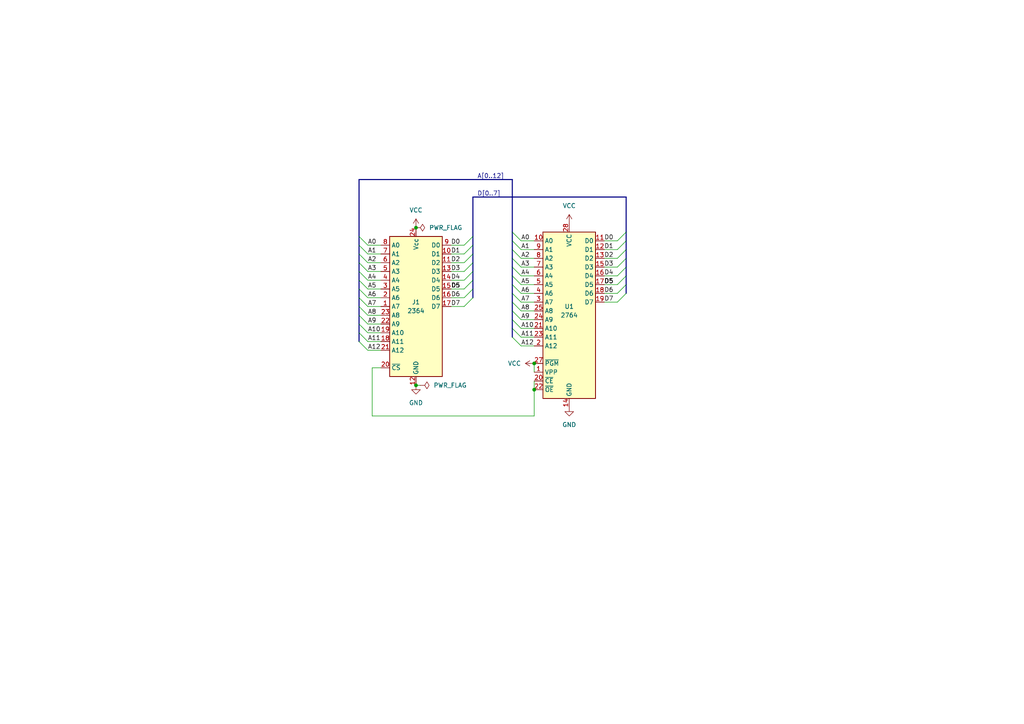
<source format=kicad_sch>
(kicad_sch (version 20250114) (generator "eeschema") (generator_version "9.0")
  (paper "A4")
  (title_block (title "romext-2364") (rev "1") (comment 1 "https://github.com/0cjs/hwdev"))
  (lib_symbols
    (symbol "0cjs-hwdev:2364"
      (property "Reference" "J1" (at 0 1.27 0))
      (property "Value" "2364" (at 0 -1.27 0))
      (symbol "2364_0_0"
        (pin output line (at -10.16 17.78 0) (length 2.54) (name "A0") (number "8"))
        (pin output line (at -10.16 15.24 0) (length 2.54) (name "A1") (number "7"))
        (pin output line (at -10.16 12.7 0) (length 2.54) (name "A2") (number "6"))
        (pin output line (at -10.16 10.16 0) (length 2.54) (name "A3") (number "5"))
        (pin output line (at -10.16 7.62 0) (length 2.54) (name "A4") (number "4"))
        (pin output line (at -10.16 5.08 0) (length 2.54) (name "A5") (number "3"))
        (pin output line (at -10.16 2.54 0) (length 2.54) (name "A6") (number "2"))
        (pin output line (at -10.16 0 0) (length 2.54) (name "A7") (number "1"))
        (pin output line (at -10.16 -2.54 0) (length 2.54) (name "A8") (number "23"))
        (pin output line (at -10.16 -5.08 0) (length 2.54) (name "A9") (number "22"))
        (pin output line (at -10.16 -7.62 0) (length 2.54) (name "A10") (number "19"))
        (pin output line (at -10.16 -10.16 0) (length 2.54) (name "A11") (number "18"))
        (pin output line (at -10.16 -12.7 0) (length 2.54) (name "A12") (number "21"))
        (pin output line (at -10.16 -17.78 0) (length 2.54) (name "~{CS}") (number "20"))
        (pin power_in line (at 0 22.86 270) (length 2.54) (name "Vcc") (number "24"))
        (pin power_in line (at 0 -22.86 90) (length 2.54) (name "GND") (number "12"))
        (pin tri_state line (at 10.16 17.78 180) (length 2.54) (name "D0") (number "9"))
        (pin tri_state line (at 10.16 15.24 180) (length 2.54) (name "D1") (number "10"))
        (pin tri_state line (at 10.16 12.7 180) (length 2.54) (name "D2") (number "11"))
        (pin tri_state line (at 10.16 10.16 180) (length 2.54) (name "D3") (number "13"))
        (pin tri_state line (at 10.16 7.62 180) (length 2.54) (name "D4") (number "14"))
        (pin tri_state line (at 10.16 5.08 180) (length 2.54) (name "D5") (number "15"))
        (pin tri_state line (at 10.16 2.54 180) (length 2.54) (name "D6") (number "16"))
        (pin tri_state line (at 10.16 0 180) (length 2.54) (name "D7") (number "17"))
      )
      (symbol "2364_1_1"
        (rectangle (start -7.62 20.32) (end 7.62 -20.32) (stroke (width 0.254)) (fill (type background)))
      )
    )
    (symbol "Memory_EPROM:2764"
      (property "Reference" "U" (at -7.62 24.13 0))
      (property "Value" "2764" (at 2.54 -26.67 0))
      (symbol "2764_1_1"
        (rectangle (start -7.62 22.86) (end 7.62 -25.4) (stroke (width 0.254)) (fill (type background)))
        (pin input line (at -10.16 20.32 0) (length 2.54) (name "A0") (number "10"))
        (pin input line (at -10.16 17.78 0) (length 2.54) (name "A1") (number "9"))
        (pin input line (at -10.16 15.24 0) (length 2.54) (name "A2") (number "8"))
        (pin input line (at -10.16 12.7 0) (length 2.54) (name "A3") (number "7"))
        (pin input line (at -10.16 10.16 0) (length 2.54) (name "A4") (number "6"))
        (pin input line (at -10.16 7.62 0) (length 2.54) (name "A5") (number "5"))
        (pin input line (at -10.16 5.08 0) (length 2.54) (name "A6") (number "4"))
        (pin input line (at -10.16 2.54 0) (length 2.54) (name "A7") (number "3"))
        (pin input line (at -10.16 0 0) (length 2.54) (name "A8") (number "25"))
        (pin input line (at -10.16 -2.54 0) (length 2.54) (name "A9") (number "24"))
        (pin input line (at -10.16 -5.08 0) (length 2.54) (name "A10") (number "21"))
        (pin input line (at -10.16 -7.62 0) (length 2.54) (name "A11") (number "23"))
        (pin input line (at -10.16 -10.16 0) (length 2.54) (name "A12") (number "2"))
        (pin input line (at -10.16 -15.24 0) (length 2.54) (name "~{PGM}") (number "27"))
        (pin input line (at -10.16 -17.78 0) (length 2.54) (name "VPP") (number "1"))
        (pin input line (at -10.16 -20.32 0) (length 2.54) (name "~{CE}") (number "20"))
        (pin input line (at -10.16 -22.86 0) (length 2.54) (name "~{OE}") (number "22"))
        (pin power_in line (at 0 25.4 270) (length 2.54) (name "VCC") (number "28"))
        (pin power_in line (at 0 -27.94 90) (length 2.54) (name "GND") (number "14"))
        (pin no_connect line (at 7.62 0 180) (length 2.54) (hide yes) (name "NC") (number "26"))
        (pin tri_state line (at 10.16 20.32 180) (length 2.54) (name "D0") (number "11"))
        (pin tri_state line (at 10.16 17.78 180) (length 2.54) (name "D1") (number "12"))
        (pin tri_state line (at 10.16 15.24 180) (length 2.54) (name "D2") (number "13"))
        (pin tri_state line (at 10.16 12.7 180) (length 2.54) (name "D3") (number "15"))
        (pin tri_state line (at 10.16 10.16 180) (length 2.54) (name "D4") (number "16"))
        (pin tri_state line (at 10.16 7.62 180) (length 2.54) (name "D5") (number "17"))
        (pin tri_state line (at 10.16 5.08 180) (length 2.54) (name "D6") (number "18"))
        (pin tri_state line (at 10.16 2.54 180) (length 2.54) (name "D7") (number "19"))
      )
    )
    (symbol "power:GND" (power) (pin_numbers (hide yes)) (pin_names (offset 0) (hide yes))
      (property "Value" "GND" (at 0 -3.81 0))
      (symbol "GND_0_1"
        (polyline (pts (xy 0 0) (xy 0 -1.27) (xy 1.27 -1.27) (xy 0 -2.54) (xy -1.27 -1.27) (xy 0 -1.27)))
      )
      (symbol "GND_1_1"
        (pin power_in line (at 0 0 270) (length 0) (name "~") (number "1"))
      )
    )
    (symbol "power:PWR_FLAG" (power) (pin_numbers (hide yes)) (pin_names (offset 0) (hide yes))
      (property "Value" "PWR_FLAG" (at 0 3.81 0))
      (symbol "PWR_FLAG_0_0"
        (pin power_out line (at 0 0 90) (length 0) (name "~") (number "1"))
      )
      (symbol "PWR_FLAG_0_1"
        (polyline (pts (xy 0 0) (xy 0 1.27) (xy -1.016 1.905) (xy 0 2.54) (xy 1.016 1.905) (xy 0 1.27)))
      )
    )
    (symbol "power:VCC" (power) (pin_numbers (hide yes)) (pin_names (offset 0) (hide yes))
      (property "Value" "VCC" (at 0 3.556 0))
      (symbol "VCC_0_1"
        (polyline (pts (xy -0.762 1.27) (xy 0 2.54)))
        (polyline (pts (xy 0 2.54) (xy 0.762 1.27)))
        (polyline (pts (xy 0 0) (xy 0 2.54)))
      )
      (symbol "VCC_1_1"
        (pin power_in line (at 0 0 90) (length 0) (name "~") (number "1"))
      )
    )
  )
  (junction (at 154.94 105.41))
  (junction (at 154.94 113.03))
  (junction (at 120.65 111.76))
  (junction (at 120.65 66.04))
  (bus_entry (at 104.14 81.28) (size 2.54 2.54))
  (bus_entry (at 148.59 77.47) (size 2.54 2.54))
  (bus_entry (at 179.07 69.85) (size 2.54 -2.54))
  (bus_entry (at 104.14 93.98) (size 2.54 2.54))
  (bus_entry (at 134.62 71.12) (size 2.54 -2.54))
  (bus_entry (at 179.07 72.39) (size 2.54 -2.54))
  (bus_entry (at 134.62 81.28) (size 2.54 -2.54))
  (bus_entry (at 148.59 80.01) (size 2.54 2.54))
  (bus_entry (at 104.14 73.66) (size 2.54 2.54))
  (bus_entry (at 134.62 76.2) (size 2.54 -2.54))
  (bus_entry (at 134.62 83.82) (size 2.54 -2.54))
  (bus_entry (at 104.14 86.36) (size 2.54 2.54))
  (bus_entry (at 134.62 73.66) (size 2.54 -2.54))
  (bus_entry (at 148.59 82.55) (size 2.54 2.54))
  (bus_entry (at 104.14 88.9) (size 2.54 2.54))
  (bus_entry (at 148.59 67.31) (size 2.54 2.54))
  (bus_entry (at 179.07 82.55) (size 2.54 -2.54))
  (bus_entry (at 148.59 97.79) (size 2.54 2.54))
  (bus_entry (at 104.14 76.2) (size 2.54 2.54))
  (bus_entry (at 179.07 74.93) (size 2.54 -2.54))
  (bus_entry (at 148.59 90.17) (size 2.54 2.54))
  (bus_entry (at 179.07 87.63) (size 2.54 -2.54))
  (bus_entry (at 148.59 72.39) (size 2.54 2.54))
  (bus_entry (at 179.07 85.09) (size 2.54 -2.54))
  (bus_entry (at 104.14 91.44) (size 2.54 2.54))
  (bus_entry (at 134.62 78.74) (size 2.54 -2.54))
  (bus_entry (at 148.59 95.25) (size 2.54 2.54))
  (bus_entry (at 148.59 92.71) (size 2.54 2.54))
  (bus_entry (at 104.14 96.52) (size 2.54 2.54))
  (bus_entry (at 134.62 86.36) (size 2.54 -2.54))
  (bus_entry (at 104.14 83.82) (size 2.54 2.54))
  (bus_entry (at 179.07 77.47) (size 2.54 -2.54))
  (bus_entry (at 104.14 71.12) (size 2.54 2.54))
  (bus_entry (at 148.59 69.85) (size 2.54 2.54))
  (bus_entry (at 104.14 78.74) (size 2.54 2.54))
  (bus_entry (at 104.14 68.58) (size 2.54 2.54))
  (bus_entry (at 104.14 99.06) (size 2.54 2.54))
  (bus_entry (at 148.59 74.93) (size 2.54 2.54))
  (bus_entry (at 134.62 88.9) (size 2.54 -2.54))
  (bus_entry (at 148.59 85.09) (size 2.54 2.54))
  (bus_entry (at 148.59 87.63) (size 2.54 2.54))
  (bus_entry (at 179.07 80.01) (size 2.54 -2.54))
  (bus (pts (xy 148.59 72.39) (xy 148.59 74.93)))
  (wire (pts (xy 151.13 92.71) (xy 154.94 92.71)))
  (wire (pts (xy 151.13 87.63) (xy 154.94 87.63)))
  (bus (pts (xy 181.61 80.01) (xy 181.61 82.55)))
  (wire (pts (xy 106.68 83.82) (xy 110.49 83.82)))
  (wire (pts (xy 175.26 69.85) (xy 179.07 69.85)))
  (wire (pts (xy 106.68 71.12) (xy 110.49 71.12)))
  (bus (pts (xy 104.14 96.52) (xy 104.14 93.98)))
  (wire (pts (xy 151.13 97.79) (xy 154.94 97.79)))
  (wire (pts (xy 130.81 78.74) (xy 134.62 78.74)))
  (bus (pts (xy 181.61 57.15) (xy 181.61 67.31)))
  (bus (pts (xy 148.59 90.17) (xy 148.59 92.71)))
  (wire (pts (xy 151.13 90.17) (xy 154.94 90.17)))
  (bus (pts (xy 137.16 83.82) (xy 137.16 81.28)))
  (wire (pts (xy 151.13 85.09) (xy 154.94 85.09)))
  (bus (pts (xy 181.61 72.39) (xy 181.61 74.93)))
  (bus (pts (xy 181.61 82.55) (xy 181.61 85.09)))
  (wire (pts (xy 175.26 77.47) (xy 179.07 77.47)))
  (wire (pts (xy 175.26 74.93) (xy 179.07 74.93)))
  (bus (pts (xy 137.16 68.58) (xy 137.16 57.15)))
  (wire (pts (xy 107.95 106.68) (xy 107.95 120.65)))
  (bus (pts (xy 137.16 71.12) (xy 137.16 68.58)))
  (wire (pts (xy 151.13 74.93) (xy 154.94 74.93)))
  (bus (pts (xy 181.61 74.93) (xy 181.61 77.47)))
  (wire (pts (xy 151.13 69.85) (xy 154.94 69.85)))
  (wire (pts (xy 175.26 82.55) (xy 179.07 82.55)))
  (wire (pts (xy 151.13 82.55) (xy 154.94 82.55)))
  (bus (pts (xy 148.59 92.71) (xy 148.59 95.25)))
  (wire (pts (xy 106.68 96.52) (xy 110.49 96.52)))
  (bus (pts (xy 181.61 67.31) (xy 181.61 69.85)))
  (wire (pts (xy 130.81 86.36) (xy 134.62 86.36)))
  (bus (pts (xy 148.59 69.85) (xy 148.59 72.39)))
  (wire (pts (xy 106.68 93.98) (xy 110.49 93.98)))
  (bus (pts (xy 104.14 83.82) (xy 104.14 81.28)))
  (bus (pts (xy 148.59 52.07) (xy 148.59 67.31)))
  (wire (pts (xy 130.81 73.66) (xy 134.62 73.66)))
  (bus (pts (xy 104.14 52.07) (xy 148.59 52.07)))
  (wire (pts (xy 130.81 83.82) (xy 134.62 83.82)))
  (bus (pts (xy 137.16 76.2) (xy 137.16 73.66)))
  (bus (pts (xy 104.14 68.58) (xy 104.14 52.07)))
  (wire (pts (xy 106.68 73.66) (xy 110.49 73.66)))
  (bus (pts (xy 137.16 81.28) (xy 137.16 78.74)))
  (wire (pts (xy 175.26 85.09) (xy 179.07 85.09)))
  (wire (pts (xy 154.94 105.41) (xy 154.94 107.95)))
  (wire (pts (xy 151.13 77.47) (xy 154.94 77.47)))
  (wire (pts (xy 106.68 81.28) (xy 110.49 81.28)))
  (wire (pts (xy 106.68 91.44) (xy 110.49 91.44)))
  (wire (pts (xy 175.26 87.63) (xy 179.07 87.63)))
  (bus (pts (xy 148.59 82.55) (xy 148.59 85.09)))
  (bus (pts (xy 104.14 73.66) (xy 104.14 71.12)))
  (bus (pts (xy 104.14 86.36) (xy 104.14 83.82)))
  (wire (pts (xy 151.13 80.01) (xy 154.94 80.01)))
  (wire (pts (xy 107.95 120.65) (xy 154.94 120.65)))
  (wire (pts (xy 106.68 78.74) (xy 110.49 78.74)))
  (bus (pts (xy 104.14 76.2) (xy 104.14 73.66)))
  (wire (pts (xy 110.49 106.68) (xy 107.95 106.68)))
  (bus (pts (xy 104.14 99.06) (xy 104.14 96.52)))
  (bus (pts (xy 148.59 74.93) (xy 148.59 77.47)))
  (bus (pts (xy 104.14 91.44) (xy 104.14 88.9)))
  (wire (pts (xy 106.68 101.6) (xy 110.49 101.6)))
  (bus (pts (xy 104.14 78.74) (xy 104.14 76.2)))
  (wire (pts (xy 130.81 76.2) (xy 134.62 76.2)))
  (bus (pts (xy 137.16 78.74) (xy 137.16 76.2)))
  (bus (pts (xy 137.16 57.15) (xy 181.61 57.15)))
  (wire (pts (xy 121.92 111.76) (xy 120.65 111.76)))
  (wire (pts (xy 106.68 76.2) (xy 110.49 76.2)))
  (bus (pts (xy 104.14 81.28) (xy 104.14 78.74)))
  (wire (pts (xy 130.81 81.28) (xy 134.62 81.28)))
  (wire (pts (xy 106.68 86.36) (xy 110.49 86.36)))
  (wire (pts (xy 151.13 95.25) (xy 154.94 95.25)))
  (bus (pts (xy 137.16 86.36) (xy 137.16 83.82)))
  (bus (pts (xy 104.14 88.9) (xy 104.14 86.36)))
  (bus (pts (xy 148.59 85.09) (xy 148.59 87.63)))
  (bus (pts (xy 181.61 77.47) (xy 181.61 80.01)))
  (wire (pts (xy 106.68 99.06) (xy 110.49 99.06)))
  (bus (pts (xy 104.14 93.98) (xy 104.14 91.44)))
  (wire (pts (xy 154.94 120.65) (xy 154.94 113.03)))
  (wire (pts (xy 106.68 88.9) (xy 110.49 88.9)))
  (wire (pts (xy 151.13 100.33) (xy 154.94 100.33)))
  (wire (pts (xy 175.26 80.01) (xy 179.07 80.01)))
  (bus (pts (xy 137.16 73.66) (xy 137.16 71.12)))
  (bus (pts (xy 148.59 77.47) (xy 148.59 80.01)))
  (wire (pts (xy 154.94 113.03) (xy 154.94 110.49)))
  (bus (pts (xy 104.14 71.12) (xy 104.14 68.58)))
  (wire (pts (xy 130.81 71.12) (xy 134.62 71.12)))
  (bus (pts (xy 148.59 87.63) (xy 148.59 90.17)))
  (bus (pts (xy 148.59 80.01) (xy 148.59 82.55)))
  (wire (pts (xy 151.13 72.39) (xy 154.94 72.39)))
  (bus (pts (xy 148.59 67.31) (xy 148.59 69.85)))
  (bus (pts (xy 181.61 69.85) (xy 181.61 72.39)))
  (wire (pts (xy 175.26 72.39) (xy 179.07 72.39)))
  (wire (pts (xy 130.81 88.9) (xy 134.62 88.9)))
  (bus (pts (xy 148.59 95.25) (xy 148.59 97.79)))
  (label "D6" (at 175.26 85.09 0))
  (label "A[0..12]" (at 138.43 52.07 0))
  (label "D5" (at 175.26 82.55 0))
  (label "D5" (at 175.26 82.55 0))
  (label "A12" (at 106.68 101.6 0))
  (label "A3" (at 106.68 78.74 0))
  (label "A9" (at 151.13 92.71 0))
  (label "A10" (at 151.13 95.25 0))
  (label "D7" (at 130.81 88.9 0))
  (label "D0" (at 175.26 69.85 0))
  (label "D1" (at 130.81 73.66 0))
  (label "A3" (at 151.13 77.47 0))
  (label "D4" (at 130.81 81.28 0))
  (label "A8" (at 106.68 91.44 0))
  (label "D2" (at 130.81 76.2 0))
  (label "A11" (at 106.68 99.06 0))
  (label "D[0..7]" (at 138.43 57.15 0))
  (label "A4" (at 151.13 80.01 0))
  (label "A2" (at 151.13 74.93 0))
  (label "A0" (at 106.68 71.12 0))
  (label "A6" (at 151.13 85.09 0))
  (label "A11" (at 151.13 97.79 0))
  (label "D5" (at 130.81 83.82 0))
  (label "A5" (at 106.68 83.82 0))
  (label "D7" (at 175.26 87.63 0))
  (label "D3" (at 175.26 77.47 0))
  (label "A6" (at 106.68 86.36 0))
  (label "A0" (at 151.13 69.85 0))
  (label "D4" (at 175.26 80.01 0))
  (label "A2" (at 106.68 76.2 0))
  (label "D5" (at 130.81 83.82 0))
  (label "A5" (at 151.13 82.55 0))
  (label "D5" (at 175.26 82.55 0))
  (label "D5" (at 175.26 82.55 0))
  (label "A12" (at 151.13 100.33 0))
  (label "A4" (at 106.68 81.28 0))
  (label "D2" (at 175.26 74.93 0))
  (label "A9" (at 106.68 93.98 0))
  (label "D5" (at 175.26 82.55 0))
  (label "A10" (at 106.68 96.52 0))
  (label "D5" (at 130.81 83.82 0))
  (label "D0" (at 130.81 71.12 0))
  (label "A7" (at 106.68 88.9 0))
  (label "A1" (at 106.68 73.66 0))
  (label "D5" (at 130.81 83.82 0))
  (label "A1" (at 151.13 72.39 0))
  (label "D3" (at 130.81 78.74 0))
  (label "A8" (at 151.13 90.17 0))
  (label "D5" (at 130.81 83.82 0))
  (label "D6" (at 130.81 86.36 0))
  (label "A7" (at 151.13 87.63 0))
  (label "D1" (at 175.26 72.39 0))
  (symbol (lib_id "Memory_EPROM:2764") (at 165.1 90.17 0) (unit 1)
    (property "Reference" "U1" (at 165.1 88.9 0))
    (property "Value" "2764" (at 165.1 91.44 0))
    (property "Footprint" "Socket:DIP_Socket-28_W11.9_W12.7_W15.24_W17.78_W18.5_3M_228-1277-00-0602J" (effects (hide yes)))
    (property "Datasheet" "https://downloads.reactivemicro.com/Electronics/ROM/2764%20EPROM.pdf" (effects (hide yes)))
    (property "Description" "EPROM 64 KiBit, [Obsolete 2000-11]" (effects (hide yes)))
  )
  (symbol (lib_id "power:VCC") (at 120.65 66.04 0) (unit 1)
    (property "Reference" "#PWR03" (effects (hide yes)))
    (property "Value" "VCC" (at 120.65 60.96 0))
    (property "Description" "Power symbol creates a global label with name \"VCC\"" (effects (hide yes)))
  )
  (symbol (lib_id "power:PWR_FLAG") (at 121.92 111.76 270) (unit 1)
    (property "Reference" "#FLG01" (effects (hide yes)))
    (property "Value" "PWR_FLAG" (at 125.73 111.7599 90) (effects (justify left)))
    (property "Description" "Special symbol for telling ERC where power comes from" (effects (hide yes)))
  )
  (symbol (lib_id "power:PWR_FLAG") (at 120.65 66.04 270) (unit 1)
    (property "Reference" "#FLG02" (effects (hide yes)))
    (property "Value" "PWR_FLAG" (at 124.46 66.0399 90) (effects (justify left)))
    (property "Description" "Special symbol for telling ERC where power comes from" (effects (hide yes)))
  )
  (symbol (lib_id "power:VCC") (at 154.94 105.41 90) (unit 1)
    (property "Reference" "#PWR05" (effects (hide yes)))
    (property "Value" "VCC" (at 151.13 105.4099 90) (effects (justify left)))
    (property "Description" "Power symbol creates a global label with name \"VCC\"" (effects (hide yes)))
  )
  (symbol (lib_id "power:GND") (at 165.1 118.11 0) (unit 1)
    (property "Reference" "#PWR02" (effects (hide yes)))
    (property "Value" "GND" (at 165.1 123.19 0))
    (property "Description" "Power symbol creates a global label with name \"GND\" , ground" (effects (hide yes)))
  )
  (symbol (lib_id "power:GND") (at 120.65 111.76 0) (unit 1)
    (property "Reference" "#PWR01" (effects (hide yes)))
    (property "Value" "GND" (at 120.65 116.84 0))
    (property "Description" "Power symbol creates a global label with name \"GND\" , ground" (effects (hide yes)))
  )
  (symbol (lib_id "power:VCC") (at 165.1 64.77 0) (unit 1)
    (property "Reference" "#PWR04" (effects (hide yes)))
    (property "Value" "VCC" (at 165.1 59.69 0))
    (property "Description" "Power symbol creates a global label with name \"VCC\"" (effects (hide yes)))
  )
  (symbol (lib_id "0cjs-hwdev:2364") (at 120.65 88.9 0) (unit 1)
    (property "Reference" "J1" (at 120.65 87.63 0))
    (property "Value" "2364" (at 120.65 90.17 0))
    (property "Footprint" "Package_DIP:DIP-24_W15.24mm" (effects (hide yes)))
    (property "Datasheet" "https://archive.org/details/nec-upd2364-datasheet/" (effects (hide yes)))
    (property "Description" "Mask ROM 64 KiBit, [Obsolete]" (effects (hide yes)))
  )
)
</source>
